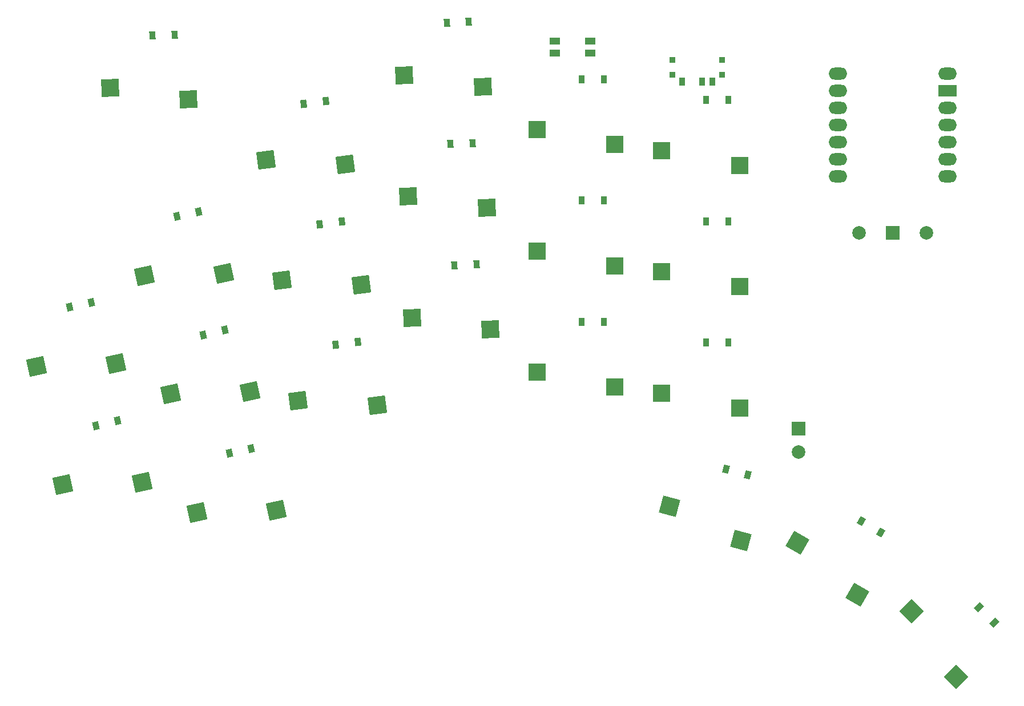
<source format=gbr>
%TF.GenerationSoftware,KiCad,Pcbnew,8.0.5*%
%TF.CreationDate,2024-09-24T00:59:07-07:00*%
%TF.ProjectId,lintilla,6c696e74-696c-46c6-912e-6b696361645f,v0.1*%
%TF.SameCoordinates,Original*%
%TF.FileFunction,Paste,Bot*%
%TF.FilePolarity,Positive*%
%FSLAX46Y46*%
G04 Gerber Fmt 4.6, Leading zero omitted, Abs format (unit mm)*
G04 Created by KiCad (PCBNEW 8.0.5) date 2024-09-24 00:59:07*
%MOMM*%
%LPD*%
G01*
G04 APERTURE LIST*
G04 Aperture macros list*
%AMRotRect*
0 Rectangle, with rotation*
0 The origin of the aperture is its center*
0 $1 length*
0 $2 width*
0 $3 Rotation angle, in degrees counterclockwise*
0 Add horizontal line*
21,1,$1,$2,0,0,$3*%
G04 Aperture macros list end*
%ADD10RotRect,2.600000X2.600000X187.500000*%
%ADD11RotRect,2.600000X2.600000X182.500000*%
%ADD12RotRect,0.900000X1.200000X182.500000*%
%ADD13C,2.000000*%
%ADD14RotRect,2.600000X2.600000X150.000000*%
%ADD15R,2.600000X2.600000*%
%ADD16R,0.900000X1.200000*%
%ADD17O,2.750000X1.800000*%
%ADD18R,2.750000X1.800000*%
%ADD19RotRect,2.600000X2.600000X165.000000*%
%ADD20R,2.000000X2.000000*%
%ADD21RotRect,2.600000X2.600000X135.000000*%
%ADD22RotRect,2.600000X2.600000X192.500000*%
%ADD23RotRect,0.900000X1.200000X192.500000*%
%ADD24R,0.900000X0.900000*%
%ADD25R,0.900000X1.250000*%
%ADD26RotRect,0.900000X1.200000X135.000000*%
%ADD27RotRect,0.900000X1.200000X165.000000*%
%ADD28RotRect,0.900000X1.200000X150.000000*%
%ADD29RotRect,0.900000X1.200000X187.500000*%
%ADD30R,1.550000X1.000000*%
G04 APERTURE END LIST*
D10*
%TO.C,S7*%
X86444990Y-91293205D03*
X74706649Y-90619604D03*
%TD*%
D11*
%TO.C,S12*%
X102116290Y-44045563D03*
X90481321Y-42351461D03*
%TD*%
D12*
%TO.C,SW10*%
X101240412Y-70408858D03*
X97943552Y-70552802D03*
%TD*%
D13*
%TO.C,PAD5*%
X167941614Y-65753546D03*
%TD*%
D14*
%TO.C,S20*%
X157716704Y-119387505D03*
X148814111Y-111707249D03*
%TD*%
D15*
%TO.C,S13*%
X121716607Y-88620220D03*
X110166607Y-86420220D03*
%TD*%
D12*
%TO.C,SW6*%
X56411536Y-36316364D03*
X53114676Y-36460308D03*
%TD*%
D16*
%TO.C,SW16*%
X138591608Y-82003556D03*
X135291608Y-82003556D03*
%TD*%
D17*
%TO.C,MCU1*%
X154821611Y-42133547D03*
X154821611Y-44673547D03*
X154821611Y-47213547D03*
X154821615Y-49753546D03*
X154821611Y-52293547D03*
X154821611Y-54833547D03*
X154821611Y-57373547D03*
X171061611Y-57373547D03*
X171061611Y-54833547D03*
X171061611Y-52293547D03*
X171061607Y-49753548D03*
X171061611Y-47213547D03*
D18*
X171061611Y-44673547D03*
D17*
X171061611Y-42133547D03*
%TD*%
D19*
%TO.C,S19*%
X140458343Y-111384109D03*
X129871301Y-106269712D03*
%TD*%
D20*
%TO.C,PAD3*%
X162941611Y-65753545D03*
%TD*%
D10*
%TO.C,S8*%
X84095514Y-73447199D03*
X72357173Y-72773598D03*
%TD*%
D16*
%TO.C,SW18*%
X138591611Y-46003553D03*
X135291611Y-46003553D03*
%TD*%
D21*
%TO.C,S21*%
X172315562Y-131584986D03*
X165704115Y-121862266D03*
%TD*%
D12*
%TO.C,SW11*%
X100655067Y-52417267D03*
X97358207Y-52561211D03*
%TD*%
D10*
%TO.C,S9*%
X81746041Y-55601192D03*
X70007700Y-54927591D03*
%TD*%
D11*
%TO.C,S11*%
X102701630Y-62037152D03*
X91066661Y-60343050D03*
%TD*%
D22*
%TO.C,S5*%
X63695986Y-71699748D03*
X51943605Y-72051775D03*
%TD*%
D23*
%TO.C,SW4*%
X63905956Y-80154731D03*
X60684180Y-80868981D03*
%TD*%
D22*
%TO.C,S1*%
X51624475Y-102722872D03*
X39872094Y-103074899D03*
%TD*%
D23*
%TO.C,SW2*%
X44042622Y-76031195D03*
X40820846Y-76745445D03*
%TD*%
%TO.C,SW5*%
X60010041Y-62581403D03*
X56788265Y-63295653D03*
%TD*%
D16*
%TO.C,SW17*%
X138591610Y-64003550D03*
X135291610Y-64003550D03*
%TD*%
D22*
%TO.C,S2*%
X47728561Y-85149541D03*
X35976180Y-85501568D03*
%TD*%
D11*
%TO.C,S6*%
X58458093Y-45936260D03*
X46823124Y-44242158D03*
%TD*%
D15*
%TO.C,S17*%
X140216610Y-73703540D03*
X128666610Y-71503540D03*
%TD*%
D13*
%TO.C,PAD2*%
X157941614Y-65753557D03*
%TD*%
D22*
%TO.C,S3*%
X71487802Y-106846407D03*
X59735421Y-107198434D03*
%TD*%
D15*
%TO.C,S18*%
X140216613Y-55703554D03*
X128666613Y-53503554D03*
%TD*%
D11*
%TO.C,S10*%
X103286975Y-80028737D03*
X91652006Y-78334635D03*
%TD*%
D20*
%TO.C,PAD7*%
X148941611Y-94753547D03*
%TD*%
D24*
%TO.C,T2*%
X130241611Y-40103552D03*
X130241611Y-42303558D03*
X137641611Y-40103552D03*
X137641611Y-42303558D03*
D25*
X131691611Y-43278555D03*
X134691611Y-43278555D03*
X136191607Y-43278557D03*
%TD*%
D15*
%TO.C,S15*%
X121716609Y-52620226D03*
X110166609Y-50420226D03*
%TD*%
D26*
%TO.C,SW21*%
X178025461Y-123576992D03*
X175692009Y-121243540D03*
%TD*%
D27*
%TO.C,SW19*%
X141399259Y-101594053D03*
X138211703Y-100739953D03*
%TD*%
D16*
%TO.C,SW13*%
X120091612Y-78920219D03*
X116791612Y-78920219D03*
%TD*%
D28*
%TO.C,SW20*%
X161159415Y-110174552D03*
X158301531Y-108524552D03*
%TD*%
D16*
%TO.C,SW15*%
X120091614Y-42920219D03*
X116791614Y-42920219D03*
%TD*%
D23*
%TO.C,SW3*%
X67801867Y-97728055D03*
X64580091Y-98442305D03*
%TD*%
D29*
%TO.C,SW7*%
X83567791Y-81888290D03*
X80296023Y-82319026D03*
%TD*%
D30*
%TO.C,B2*%
X112816617Y-37320230D03*
X118066617Y-37320230D03*
X112816617Y-39020230D03*
X118066617Y-39020230D03*
%TD*%
D13*
%TO.C,PAD6*%
X148941610Y-98253556D03*
%TD*%
D15*
%TO.C,S14*%
X121716611Y-70620223D03*
X110166611Y-68420223D03*
%TD*%
%TO.C,S16*%
X140216610Y-91703555D03*
X128666610Y-89503555D03*
%TD*%
D12*
%TO.C,SW12*%
X100069730Y-34425666D03*
X96772870Y-34569610D03*
%TD*%
D22*
%TO.C,S4*%
X67591898Y-89273075D03*
X55839517Y-89625102D03*
%TD*%
D16*
%TO.C,SW14*%
X120091610Y-60920230D03*
X116791610Y-60920230D03*
%TD*%
D29*
%TO.C,SW9*%
X78868849Y-46196281D03*
X75597081Y-46627017D03*
%TD*%
D23*
%TO.C,SW1*%
X47938533Y-93604530D03*
X44716757Y-94318780D03*
%TD*%
D29*
%TO.C,SW8*%
X81218310Y-64042299D03*
X77946542Y-64473035D03*
%TD*%
M02*

</source>
